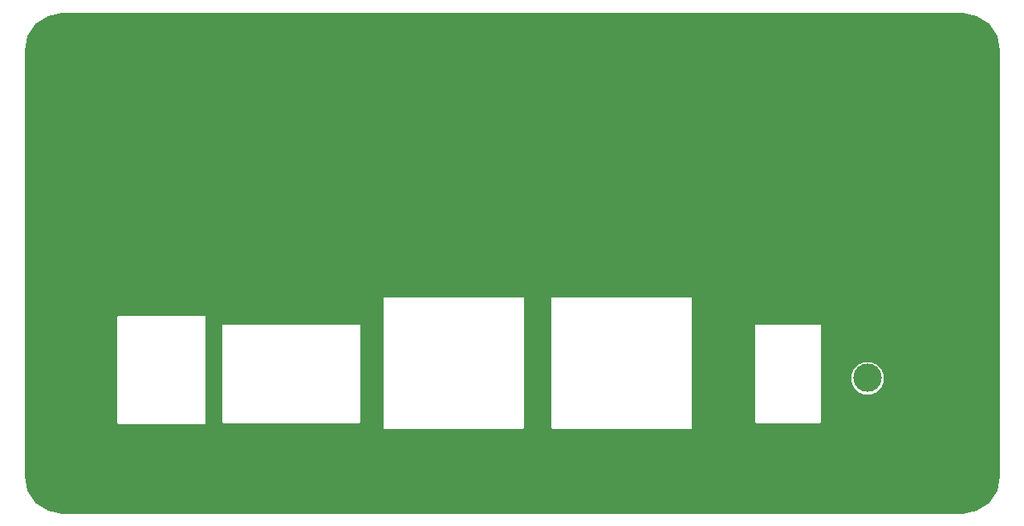
<source format=gbr>
G04 #@! TF.FileFunction,Copper,L2,Bot,Signal*
%FSLAX46Y46*%
G04 Gerber Fmt 4.6, Leading zero omitted, Abs format (unit mm)*
G04 Created by KiCad (PCBNEW 4.0.4+e1-6308~48~ubuntu15.10.1-stable) date Tue Nov  7 09:16:07 2017*
%MOMM*%
%LPD*%
G01*
G04 APERTURE LIST*
%ADD10C,0.100000*%
%ADD11C,6.000000*%
%ADD12C,3.000000*%
%ADD13C,0.254000*%
G04 APERTURE END LIST*
D10*
D11*
X39532560Y-66746120D03*
X134548880Y-66715640D03*
X134543800Y-111739680D03*
D12*
X124495560Y-101371400D03*
D11*
X39517320Y-111739680D03*
D13*
G36*
X136003567Y-63208491D02*
X137239468Y-64034294D01*
X138065271Y-65270195D01*
X138358722Y-66745473D01*
X138358722Y-111730607D01*
X138065271Y-113205885D01*
X137239468Y-114441786D01*
X136003567Y-115267589D01*
X134528289Y-115561040D01*
X39543155Y-115561040D01*
X38067877Y-115267589D01*
X36831976Y-114441786D01*
X36006173Y-113205885D01*
X35712722Y-111730607D01*
X35712722Y-95048040D01*
X45240522Y-95048040D01*
X45240522Y-105948040D01*
X45240759Y-105949233D01*
X45240538Y-105950429D01*
X45243238Y-106150429D01*
X45250189Y-106183065D01*
X45256695Y-106215775D01*
X45257371Y-106216786D01*
X45257624Y-106217976D01*
X45276529Y-106245459D01*
X45295064Y-106273198D01*
X45296076Y-106273874D01*
X45296765Y-106274876D01*
X45324728Y-106293019D01*
X45352487Y-106311567D01*
X45353682Y-106311805D01*
X45354701Y-106312466D01*
X45387492Y-106318530D01*
X45420222Y-106325040D01*
X54614822Y-106325040D01*
X54647552Y-106318530D01*
X54680343Y-106312466D01*
X54681362Y-106311805D01*
X54682557Y-106311567D01*
X54710316Y-106293019D01*
X54738279Y-106274876D01*
X54738968Y-106273874D01*
X54739980Y-106273198D01*
X54758515Y-106245459D01*
X54777420Y-106217976D01*
X54777673Y-106216786D01*
X54778349Y-106215775D01*
X54784855Y-106183065D01*
X54791806Y-106150429D01*
X54794506Y-105950430D01*
X54794285Y-105949233D01*
X54794522Y-105948040D01*
X54794522Y-95748040D01*
X56310522Y-95748040D01*
X56310522Y-106048040D01*
X56323995Y-106115775D01*
X56362364Y-106173198D01*
X56419787Y-106211567D01*
X56487522Y-106225040D01*
X70947522Y-106225040D01*
X71015257Y-106211567D01*
X71072680Y-106173198D01*
X71111049Y-106115775D01*
X71124522Y-106048040D01*
X71124522Y-95748040D01*
X71111049Y-95680305D01*
X71072680Y-95622882D01*
X71015257Y-95584513D01*
X70947522Y-95571040D01*
X56487522Y-95571040D01*
X56419787Y-95584513D01*
X56362364Y-95622882D01*
X56323995Y-95680305D01*
X56310522Y-95748040D01*
X54794522Y-95748040D01*
X54794522Y-95048040D01*
X54794285Y-95046847D01*
X54794506Y-95045650D01*
X54791806Y-94845651D01*
X54784855Y-94813015D01*
X54778349Y-94780305D01*
X54777673Y-94779294D01*
X54777420Y-94778104D01*
X54758515Y-94750621D01*
X54739980Y-94722882D01*
X54738968Y-94722206D01*
X54738279Y-94721204D01*
X54710316Y-94703061D01*
X54682557Y-94684513D01*
X54681362Y-94684275D01*
X54680343Y-94683614D01*
X54647552Y-94677550D01*
X54614822Y-94671040D01*
X45420222Y-94671040D01*
X45387492Y-94677550D01*
X45354701Y-94683614D01*
X45353682Y-94684275D01*
X45352487Y-94684513D01*
X45324728Y-94703061D01*
X45296765Y-94721204D01*
X45296076Y-94722206D01*
X45295064Y-94722882D01*
X45276529Y-94750621D01*
X45257624Y-94778104D01*
X45257371Y-94779294D01*
X45256695Y-94780305D01*
X45250189Y-94813015D01*
X45243238Y-94845651D01*
X45240538Y-95045651D01*
X45240759Y-95046847D01*
X45240522Y-95048040D01*
X35712722Y-95048040D01*
X35712722Y-92848040D01*
X73298522Y-92848040D01*
X73298522Y-106648040D01*
X73311995Y-106715775D01*
X73350364Y-106773198D01*
X73407787Y-106811567D01*
X73475522Y-106825040D01*
X88175522Y-106825040D01*
X88243257Y-106811567D01*
X88300680Y-106773198D01*
X88339049Y-106715775D01*
X88352522Y-106648040D01*
X88352522Y-92848040D01*
X91048522Y-92848040D01*
X91048522Y-106648040D01*
X91061995Y-106715775D01*
X91100364Y-106773198D01*
X91157787Y-106811567D01*
X91225522Y-106825040D01*
X105925522Y-106825040D01*
X105993257Y-106811567D01*
X106050680Y-106773198D01*
X106089049Y-106715775D01*
X106102522Y-106648040D01*
X106102522Y-95748040D01*
X112535522Y-95748040D01*
X112535522Y-106048040D01*
X112548995Y-106115775D01*
X112587364Y-106173198D01*
X112644787Y-106211567D01*
X112712522Y-106225040D01*
X119562522Y-106225040D01*
X119630257Y-106211567D01*
X119687680Y-106173198D01*
X119726049Y-106115775D01*
X119739522Y-106048040D01*
X119739522Y-101733218D01*
X122668244Y-101733218D01*
X122945802Y-102404960D01*
X123459296Y-102919352D01*
X124130553Y-103198082D01*
X124857378Y-103198716D01*
X125529120Y-102921158D01*
X126043512Y-102407664D01*
X126322242Y-101736407D01*
X126322876Y-101009582D01*
X126045318Y-100337840D01*
X125531824Y-99823448D01*
X124860567Y-99544718D01*
X124133742Y-99544084D01*
X123462000Y-99821642D01*
X122947608Y-100335136D01*
X122668878Y-101006393D01*
X122668244Y-101733218D01*
X119739522Y-101733218D01*
X119739522Y-95748040D01*
X119726049Y-95680305D01*
X119687680Y-95622882D01*
X119630257Y-95584513D01*
X119562522Y-95571040D01*
X112712522Y-95571040D01*
X112644787Y-95584513D01*
X112587364Y-95622882D01*
X112548995Y-95680305D01*
X112535522Y-95748040D01*
X106102522Y-95748040D01*
X106102522Y-92848040D01*
X106089049Y-92780305D01*
X106050680Y-92722882D01*
X105993257Y-92684513D01*
X105925522Y-92671040D01*
X91225522Y-92671040D01*
X91157787Y-92684513D01*
X91100364Y-92722882D01*
X91061995Y-92780305D01*
X91048522Y-92848040D01*
X88352522Y-92848040D01*
X88339049Y-92780305D01*
X88300680Y-92722882D01*
X88243257Y-92684513D01*
X88175522Y-92671040D01*
X73475522Y-92671040D01*
X73407787Y-92684513D01*
X73350364Y-92722882D01*
X73311995Y-92780305D01*
X73298522Y-92848040D01*
X35712722Y-92848040D01*
X35712722Y-66745473D01*
X36006173Y-65270195D01*
X36831976Y-64034294D01*
X38067877Y-63208491D01*
X39543155Y-62915040D01*
X134528289Y-62915040D01*
X136003567Y-63208491D01*
X136003567Y-63208491D01*
G37*
X136003567Y-63208491D02*
X137239468Y-64034294D01*
X138065271Y-65270195D01*
X138358722Y-66745473D01*
X138358722Y-111730607D01*
X138065271Y-113205885D01*
X137239468Y-114441786D01*
X136003567Y-115267589D01*
X134528289Y-115561040D01*
X39543155Y-115561040D01*
X38067877Y-115267589D01*
X36831976Y-114441786D01*
X36006173Y-113205885D01*
X35712722Y-111730607D01*
X35712722Y-95048040D01*
X45240522Y-95048040D01*
X45240522Y-105948040D01*
X45240759Y-105949233D01*
X45240538Y-105950429D01*
X45243238Y-106150429D01*
X45250189Y-106183065D01*
X45256695Y-106215775D01*
X45257371Y-106216786D01*
X45257624Y-106217976D01*
X45276529Y-106245459D01*
X45295064Y-106273198D01*
X45296076Y-106273874D01*
X45296765Y-106274876D01*
X45324728Y-106293019D01*
X45352487Y-106311567D01*
X45353682Y-106311805D01*
X45354701Y-106312466D01*
X45387492Y-106318530D01*
X45420222Y-106325040D01*
X54614822Y-106325040D01*
X54647552Y-106318530D01*
X54680343Y-106312466D01*
X54681362Y-106311805D01*
X54682557Y-106311567D01*
X54710316Y-106293019D01*
X54738279Y-106274876D01*
X54738968Y-106273874D01*
X54739980Y-106273198D01*
X54758515Y-106245459D01*
X54777420Y-106217976D01*
X54777673Y-106216786D01*
X54778349Y-106215775D01*
X54784855Y-106183065D01*
X54791806Y-106150429D01*
X54794506Y-105950430D01*
X54794285Y-105949233D01*
X54794522Y-105948040D01*
X54794522Y-95748040D01*
X56310522Y-95748040D01*
X56310522Y-106048040D01*
X56323995Y-106115775D01*
X56362364Y-106173198D01*
X56419787Y-106211567D01*
X56487522Y-106225040D01*
X70947522Y-106225040D01*
X71015257Y-106211567D01*
X71072680Y-106173198D01*
X71111049Y-106115775D01*
X71124522Y-106048040D01*
X71124522Y-95748040D01*
X71111049Y-95680305D01*
X71072680Y-95622882D01*
X71015257Y-95584513D01*
X70947522Y-95571040D01*
X56487522Y-95571040D01*
X56419787Y-95584513D01*
X56362364Y-95622882D01*
X56323995Y-95680305D01*
X56310522Y-95748040D01*
X54794522Y-95748040D01*
X54794522Y-95048040D01*
X54794285Y-95046847D01*
X54794506Y-95045650D01*
X54791806Y-94845651D01*
X54784855Y-94813015D01*
X54778349Y-94780305D01*
X54777673Y-94779294D01*
X54777420Y-94778104D01*
X54758515Y-94750621D01*
X54739980Y-94722882D01*
X54738968Y-94722206D01*
X54738279Y-94721204D01*
X54710316Y-94703061D01*
X54682557Y-94684513D01*
X54681362Y-94684275D01*
X54680343Y-94683614D01*
X54647552Y-94677550D01*
X54614822Y-94671040D01*
X45420222Y-94671040D01*
X45387492Y-94677550D01*
X45354701Y-94683614D01*
X45353682Y-94684275D01*
X45352487Y-94684513D01*
X45324728Y-94703061D01*
X45296765Y-94721204D01*
X45296076Y-94722206D01*
X45295064Y-94722882D01*
X45276529Y-94750621D01*
X45257624Y-94778104D01*
X45257371Y-94779294D01*
X45256695Y-94780305D01*
X45250189Y-94813015D01*
X45243238Y-94845651D01*
X45240538Y-95045651D01*
X45240759Y-95046847D01*
X45240522Y-95048040D01*
X35712722Y-95048040D01*
X35712722Y-92848040D01*
X73298522Y-92848040D01*
X73298522Y-106648040D01*
X73311995Y-106715775D01*
X73350364Y-106773198D01*
X73407787Y-106811567D01*
X73475522Y-106825040D01*
X88175522Y-106825040D01*
X88243257Y-106811567D01*
X88300680Y-106773198D01*
X88339049Y-106715775D01*
X88352522Y-106648040D01*
X88352522Y-92848040D01*
X91048522Y-92848040D01*
X91048522Y-106648040D01*
X91061995Y-106715775D01*
X91100364Y-106773198D01*
X91157787Y-106811567D01*
X91225522Y-106825040D01*
X105925522Y-106825040D01*
X105993257Y-106811567D01*
X106050680Y-106773198D01*
X106089049Y-106715775D01*
X106102522Y-106648040D01*
X106102522Y-95748040D01*
X112535522Y-95748040D01*
X112535522Y-106048040D01*
X112548995Y-106115775D01*
X112587364Y-106173198D01*
X112644787Y-106211567D01*
X112712522Y-106225040D01*
X119562522Y-106225040D01*
X119630257Y-106211567D01*
X119687680Y-106173198D01*
X119726049Y-106115775D01*
X119739522Y-106048040D01*
X119739522Y-101733218D01*
X122668244Y-101733218D01*
X122945802Y-102404960D01*
X123459296Y-102919352D01*
X124130553Y-103198082D01*
X124857378Y-103198716D01*
X125529120Y-102921158D01*
X126043512Y-102407664D01*
X126322242Y-101736407D01*
X126322876Y-101009582D01*
X126045318Y-100337840D01*
X125531824Y-99823448D01*
X124860567Y-99544718D01*
X124133742Y-99544084D01*
X123462000Y-99821642D01*
X122947608Y-100335136D01*
X122668878Y-101006393D01*
X122668244Y-101733218D01*
X119739522Y-101733218D01*
X119739522Y-95748040D01*
X119726049Y-95680305D01*
X119687680Y-95622882D01*
X119630257Y-95584513D01*
X119562522Y-95571040D01*
X112712522Y-95571040D01*
X112644787Y-95584513D01*
X112587364Y-95622882D01*
X112548995Y-95680305D01*
X112535522Y-95748040D01*
X106102522Y-95748040D01*
X106102522Y-92848040D01*
X106089049Y-92780305D01*
X106050680Y-92722882D01*
X105993257Y-92684513D01*
X105925522Y-92671040D01*
X91225522Y-92671040D01*
X91157787Y-92684513D01*
X91100364Y-92722882D01*
X91061995Y-92780305D01*
X91048522Y-92848040D01*
X88352522Y-92848040D01*
X88339049Y-92780305D01*
X88300680Y-92722882D01*
X88243257Y-92684513D01*
X88175522Y-92671040D01*
X73475522Y-92671040D01*
X73407787Y-92684513D01*
X73350364Y-92722882D01*
X73311995Y-92780305D01*
X73298522Y-92848040D01*
X35712722Y-92848040D01*
X35712722Y-66745473D01*
X36006173Y-65270195D01*
X36831976Y-64034294D01*
X38067877Y-63208491D01*
X39543155Y-62915040D01*
X134528289Y-62915040D01*
X136003567Y-63208491D01*
M02*

</source>
